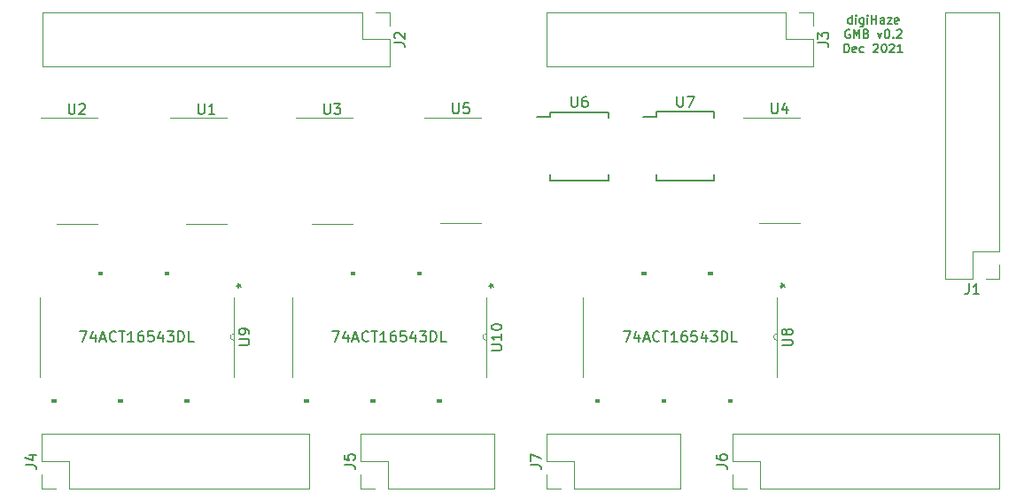
<source format=gto>
G04 #@! TF.GenerationSoftware,KiCad,Pcbnew,(5.1.12-1-10_14)*
G04 #@! TF.CreationDate,2021-12-19T18:28:25-07:00*
G04 #@! TF.ProjectId,GenMemBlock,47656e4d-656d-4426-9c6f-636b2e6b6963,rev?*
G04 #@! TF.SameCoordinates,Original*
G04 #@! TF.FileFunction,Legend,Top*
G04 #@! TF.FilePolarity,Positive*
%FSLAX46Y46*%
G04 Gerber Fmt 4.6, Leading zero omitted, Abs format (unit mm)*
G04 Created by KiCad (PCBNEW (5.1.12-1-10_14)) date 2021-12-19 18:28:25*
%MOMM*%
%LPD*%
G01*
G04 APERTURE LIST*
%ADD10C,0.152400*%
%ADD11C,0.150000*%
%ADD12C,0.120000*%
%ADD13C,0.100000*%
%ADD14R,1.200000X0.400000*%
%ADD15R,0.406400X2.044700*%
%ADD16O,1.700000X1.700000*%
%ADD17R,1.700000X1.700000*%
G04 APERTURE END LIST*
D10*
X111791447Y-73926095D02*
X111791447Y-73113295D01*
X111791447Y-73887390D02*
X111714038Y-73926095D01*
X111559219Y-73926095D01*
X111481809Y-73887390D01*
X111443104Y-73848685D01*
X111404400Y-73771276D01*
X111404400Y-73539047D01*
X111443104Y-73461638D01*
X111481809Y-73422933D01*
X111559219Y-73384228D01*
X111714038Y-73384228D01*
X111791447Y-73422933D01*
X112178495Y-73926095D02*
X112178495Y-73384228D01*
X112178495Y-73113295D02*
X112139790Y-73152000D01*
X112178495Y-73190704D01*
X112217200Y-73152000D01*
X112178495Y-73113295D01*
X112178495Y-73190704D01*
X112913885Y-73384228D02*
X112913885Y-74042209D01*
X112875180Y-74119619D01*
X112836476Y-74158323D01*
X112759066Y-74197028D01*
X112642952Y-74197028D01*
X112565542Y-74158323D01*
X112913885Y-73887390D02*
X112836476Y-73926095D01*
X112681657Y-73926095D01*
X112604247Y-73887390D01*
X112565542Y-73848685D01*
X112526838Y-73771276D01*
X112526838Y-73539047D01*
X112565542Y-73461638D01*
X112604247Y-73422933D01*
X112681657Y-73384228D01*
X112836476Y-73384228D01*
X112913885Y-73422933D01*
X113300933Y-73926095D02*
X113300933Y-73384228D01*
X113300933Y-73113295D02*
X113262228Y-73152000D01*
X113300933Y-73190704D01*
X113339638Y-73152000D01*
X113300933Y-73113295D01*
X113300933Y-73190704D01*
X113687980Y-73926095D02*
X113687980Y-73113295D01*
X113687980Y-73500342D02*
X114152438Y-73500342D01*
X114152438Y-73926095D02*
X114152438Y-73113295D01*
X114887828Y-73926095D02*
X114887828Y-73500342D01*
X114849123Y-73422933D01*
X114771714Y-73384228D01*
X114616895Y-73384228D01*
X114539485Y-73422933D01*
X114887828Y-73887390D02*
X114810419Y-73926095D01*
X114616895Y-73926095D01*
X114539485Y-73887390D01*
X114500780Y-73809980D01*
X114500780Y-73732571D01*
X114539485Y-73655161D01*
X114616895Y-73616457D01*
X114810419Y-73616457D01*
X114887828Y-73577752D01*
X115197466Y-73384228D02*
X115623219Y-73384228D01*
X115197466Y-73926095D01*
X115623219Y-73926095D01*
X116242495Y-73887390D02*
X116165085Y-73926095D01*
X116010266Y-73926095D01*
X115932857Y-73887390D01*
X115894152Y-73809980D01*
X115894152Y-73500342D01*
X115932857Y-73422933D01*
X116010266Y-73384228D01*
X116165085Y-73384228D01*
X116242495Y-73422933D01*
X116281200Y-73500342D01*
X116281200Y-73577752D01*
X115894152Y-73655161D01*
X111597923Y-74523600D02*
X111520514Y-74484895D01*
X111404400Y-74484895D01*
X111288285Y-74523600D01*
X111210876Y-74601009D01*
X111172171Y-74678419D01*
X111133466Y-74833238D01*
X111133466Y-74949352D01*
X111172171Y-75104171D01*
X111210876Y-75181580D01*
X111288285Y-75258990D01*
X111404400Y-75297695D01*
X111481809Y-75297695D01*
X111597923Y-75258990D01*
X111636628Y-75220285D01*
X111636628Y-74949352D01*
X111481809Y-74949352D01*
X111984971Y-75297695D02*
X111984971Y-74484895D01*
X112255904Y-75065466D01*
X112526838Y-74484895D01*
X112526838Y-75297695D01*
X113184819Y-74871942D02*
X113300933Y-74910647D01*
X113339638Y-74949352D01*
X113378342Y-75026761D01*
X113378342Y-75142876D01*
X113339638Y-75220285D01*
X113300933Y-75258990D01*
X113223523Y-75297695D01*
X112913885Y-75297695D01*
X112913885Y-74484895D01*
X113184819Y-74484895D01*
X113262228Y-74523600D01*
X113300933Y-74562304D01*
X113339638Y-74639714D01*
X113339638Y-74717123D01*
X113300933Y-74794533D01*
X113262228Y-74833238D01*
X113184819Y-74871942D01*
X112913885Y-74871942D01*
X114268552Y-74755828D02*
X114462076Y-75297695D01*
X114655600Y-74755828D01*
X115120057Y-74484895D02*
X115197466Y-74484895D01*
X115274876Y-74523600D01*
X115313580Y-74562304D01*
X115352285Y-74639714D01*
X115390990Y-74794533D01*
X115390990Y-74988057D01*
X115352285Y-75142876D01*
X115313580Y-75220285D01*
X115274876Y-75258990D01*
X115197466Y-75297695D01*
X115120057Y-75297695D01*
X115042647Y-75258990D01*
X115003942Y-75220285D01*
X114965238Y-75142876D01*
X114926533Y-74988057D01*
X114926533Y-74794533D01*
X114965238Y-74639714D01*
X115003942Y-74562304D01*
X115042647Y-74523600D01*
X115120057Y-74484895D01*
X115739333Y-75220285D02*
X115778038Y-75258990D01*
X115739333Y-75297695D01*
X115700628Y-75258990D01*
X115739333Y-75220285D01*
X115739333Y-75297695D01*
X116087676Y-74562304D02*
X116126380Y-74523600D01*
X116203790Y-74484895D01*
X116397314Y-74484895D01*
X116474723Y-74523600D01*
X116513428Y-74562304D01*
X116552133Y-74639714D01*
X116552133Y-74717123D01*
X116513428Y-74833238D01*
X116048971Y-75297695D01*
X116552133Y-75297695D01*
X111075409Y-76669295D02*
X111075409Y-75856495D01*
X111268933Y-75856495D01*
X111385047Y-75895200D01*
X111462457Y-75972609D01*
X111501161Y-76050019D01*
X111539866Y-76204838D01*
X111539866Y-76320952D01*
X111501161Y-76475771D01*
X111462457Y-76553180D01*
X111385047Y-76630590D01*
X111268933Y-76669295D01*
X111075409Y-76669295D01*
X112197847Y-76630590D02*
X112120438Y-76669295D01*
X111965619Y-76669295D01*
X111888209Y-76630590D01*
X111849504Y-76553180D01*
X111849504Y-76243542D01*
X111888209Y-76166133D01*
X111965619Y-76127428D01*
X112120438Y-76127428D01*
X112197847Y-76166133D01*
X112236552Y-76243542D01*
X112236552Y-76320952D01*
X111849504Y-76398361D01*
X112933238Y-76630590D02*
X112855828Y-76669295D01*
X112701009Y-76669295D01*
X112623600Y-76630590D01*
X112584895Y-76591885D01*
X112546190Y-76514476D01*
X112546190Y-76282247D01*
X112584895Y-76204838D01*
X112623600Y-76166133D01*
X112701009Y-76127428D01*
X112855828Y-76127428D01*
X112933238Y-76166133D01*
X113862152Y-75933904D02*
X113900857Y-75895200D01*
X113978266Y-75856495D01*
X114171790Y-75856495D01*
X114249200Y-75895200D01*
X114287904Y-75933904D01*
X114326609Y-76011314D01*
X114326609Y-76088723D01*
X114287904Y-76204838D01*
X113823447Y-76669295D01*
X114326609Y-76669295D01*
X114829771Y-75856495D02*
X114907180Y-75856495D01*
X114984590Y-75895200D01*
X115023295Y-75933904D01*
X115062000Y-76011314D01*
X115100704Y-76166133D01*
X115100704Y-76359657D01*
X115062000Y-76514476D01*
X115023295Y-76591885D01*
X114984590Y-76630590D01*
X114907180Y-76669295D01*
X114829771Y-76669295D01*
X114752361Y-76630590D01*
X114713657Y-76591885D01*
X114674952Y-76514476D01*
X114636247Y-76359657D01*
X114636247Y-76166133D01*
X114674952Y-76011314D01*
X114713657Y-75933904D01*
X114752361Y-75895200D01*
X114829771Y-75856495D01*
X115410342Y-75933904D02*
X115449047Y-75895200D01*
X115526457Y-75856495D01*
X115719980Y-75856495D01*
X115797390Y-75895200D01*
X115836095Y-75933904D01*
X115874800Y-76011314D01*
X115874800Y-76088723D01*
X115836095Y-76204838D01*
X115371638Y-76669295D01*
X115874800Y-76669295D01*
X116648895Y-76669295D02*
X116184438Y-76669295D01*
X116416666Y-76669295D02*
X116416666Y-75856495D01*
X116339257Y-75972609D01*
X116261847Y-76050019D01*
X116184438Y-76088723D01*
D11*
X93084600Y-82335200D02*
X93084600Y-82810200D01*
X98634600Y-82335200D02*
X98634600Y-82910200D01*
X98634600Y-88885200D02*
X98634600Y-88310200D01*
X93084600Y-88885200D02*
X93084600Y-88310200D01*
X93084600Y-82335200D02*
X98634600Y-82335200D01*
X93084600Y-88885200D02*
X98634600Y-88885200D01*
X93084600Y-82810200D02*
X91809600Y-82810200D01*
X82975400Y-82373800D02*
X82975400Y-82848800D01*
X88525400Y-82373800D02*
X88525400Y-82948800D01*
X88525400Y-88923800D02*
X88525400Y-88348800D01*
X82975400Y-88923800D02*
X82975400Y-88348800D01*
X82975400Y-82373800D02*
X88525400Y-82373800D01*
X82975400Y-88923800D02*
X88525400Y-88923800D01*
X82975400Y-82848800D02*
X81700400Y-82848800D01*
D12*
X86101000Y-100088700D02*
X86101000Y-107683300D01*
X104643000Y-107683300D02*
X104643000Y-100088700D01*
D13*
G36*
X98420000Y-97688400D02*
G01*
X98039000Y-97688400D01*
X98039000Y-97942400D01*
X98420000Y-97942400D01*
X98420000Y-97688400D01*
G37*
X98420000Y-97688400D02*
X98039000Y-97688400D01*
X98039000Y-97942400D01*
X98420000Y-97942400D01*
X98420000Y-97688400D01*
G36*
X92070000Y-97688400D02*
G01*
X91689000Y-97688400D01*
X91689000Y-97942400D01*
X92070000Y-97942400D01*
X92070000Y-97688400D01*
G37*
X92070000Y-97688400D02*
X91689000Y-97688400D01*
X91689000Y-97942400D01*
X92070000Y-97942400D01*
X92070000Y-97688400D01*
G36*
X87625000Y-110083600D02*
G01*
X87244000Y-110083600D01*
X87244000Y-109829600D01*
X87625000Y-109829600D01*
X87625000Y-110083600D01*
G37*
X87625000Y-110083600D02*
X87244000Y-110083600D01*
X87244000Y-109829600D01*
X87625000Y-109829600D01*
X87625000Y-110083600D01*
G36*
X93975000Y-110083600D02*
G01*
X93594000Y-110083600D01*
X93594000Y-109829600D01*
X93975000Y-109829600D01*
X93975000Y-110083600D01*
G37*
X93975000Y-110083600D02*
X93594000Y-110083600D01*
X93594000Y-109829600D01*
X93975000Y-109829600D01*
X93975000Y-110083600D01*
G36*
X100325000Y-110083600D02*
G01*
X99944000Y-110083600D01*
X99944000Y-109829600D01*
X100325000Y-109829600D01*
X100325000Y-110083600D01*
G37*
X100325000Y-110083600D02*
X99944000Y-110083600D01*
X99944000Y-109829600D01*
X100325000Y-109829600D01*
X100325000Y-110083600D01*
D12*
X104643000Y-104190800D02*
G75*
G02*
X104643000Y-103581200I0J304800D01*
G01*
X34163000Y-100088700D02*
X34163000Y-107683300D01*
X52705000Y-107683300D02*
X52705000Y-100088700D01*
D13*
G36*
X46482000Y-97688400D02*
G01*
X46101000Y-97688400D01*
X46101000Y-97942400D01*
X46482000Y-97942400D01*
X46482000Y-97688400D01*
G37*
X46482000Y-97688400D02*
X46101000Y-97688400D01*
X46101000Y-97942400D01*
X46482000Y-97942400D01*
X46482000Y-97688400D01*
G36*
X40132000Y-97688400D02*
G01*
X39751000Y-97688400D01*
X39751000Y-97942400D01*
X40132000Y-97942400D01*
X40132000Y-97688400D01*
G37*
X40132000Y-97688400D02*
X39751000Y-97688400D01*
X39751000Y-97942400D01*
X40132000Y-97942400D01*
X40132000Y-97688400D01*
G36*
X35687000Y-110083600D02*
G01*
X35306000Y-110083600D01*
X35306000Y-109829600D01*
X35687000Y-109829600D01*
X35687000Y-110083600D01*
G37*
X35687000Y-110083600D02*
X35306000Y-110083600D01*
X35306000Y-109829600D01*
X35687000Y-109829600D01*
X35687000Y-110083600D01*
G36*
X42037000Y-110083600D02*
G01*
X41656000Y-110083600D01*
X41656000Y-109829600D01*
X42037000Y-109829600D01*
X42037000Y-110083600D01*
G37*
X42037000Y-110083600D02*
X41656000Y-110083600D01*
X41656000Y-109829600D01*
X42037000Y-109829600D01*
X42037000Y-110083600D01*
G36*
X48387000Y-110083600D02*
G01*
X48006000Y-110083600D01*
X48006000Y-109829600D01*
X48387000Y-109829600D01*
X48387000Y-110083600D01*
G37*
X48387000Y-110083600D02*
X48006000Y-110083600D01*
X48006000Y-109829600D01*
X48387000Y-109829600D01*
X48387000Y-110083600D01*
D12*
X52705000Y-104190800D02*
G75*
G02*
X52705000Y-103581200I0J304800D01*
G01*
X58296400Y-100088700D02*
X58296400Y-107683300D01*
X76838400Y-107683300D02*
X76838400Y-100088700D01*
D13*
G36*
X70615400Y-97688400D02*
G01*
X70234400Y-97688400D01*
X70234400Y-97942400D01*
X70615400Y-97942400D01*
X70615400Y-97688400D01*
G37*
X70615400Y-97688400D02*
X70234400Y-97688400D01*
X70234400Y-97942400D01*
X70615400Y-97942400D01*
X70615400Y-97688400D01*
G36*
X64265400Y-97688400D02*
G01*
X63884400Y-97688400D01*
X63884400Y-97942400D01*
X64265400Y-97942400D01*
X64265400Y-97688400D01*
G37*
X64265400Y-97688400D02*
X63884400Y-97688400D01*
X63884400Y-97942400D01*
X64265400Y-97942400D01*
X64265400Y-97688400D01*
G36*
X59820400Y-110083600D02*
G01*
X59439400Y-110083600D01*
X59439400Y-109829600D01*
X59820400Y-109829600D01*
X59820400Y-110083600D01*
G37*
X59820400Y-110083600D02*
X59439400Y-110083600D01*
X59439400Y-109829600D01*
X59820400Y-109829600D01*
X59820400Y-110083600D01*
G36*
X66170400Y-110083600D02*
G01*
X65789400Y-110083600D01*
X65789400Y-109829600D01*
X66170400Y-109829600D01*
X66170400Y-110083600D01*
G37*
X66170400Y-110083600D02*
X65789400Y-110083600D01*
X65789400Y-109829600D01*
X66170400Y-109829600D01*
X66170400Y-110083600D01*
G36*
X72520400Y-110083600D02*
G01*
X72139400Y-110083600D01*
X72139400Y-109829600D01*
X72520400Y-109829600D01*
X72520400Y-110083600D01*
G37*
X72520400Y-110083600D02*
X72139400Y-110083600D01*
X72139400Y-109829600D01*
X72520400Y-109829600D01*
X72520400Y-110083600D01*
D12*
X76838400Y-104190800D02*
G75*
G02*
X76838400Y-103581200I0J304800D01*
G01*
X67599000Y-72820000D02*
X67599000Y-74150000D01*
X66269000Y-72820000D02*
X67599000Y-72820000D01*
X67599000Y-75420000D02*
X67599000Y-78020000D01*
X64999000Y-75420000D02*
X67599000Y-75420000D01*
X64999000Y-72820000D02*
X64999000Y-75420000D01*
X67599000Y-78020000D02*
X34459000Y-78020000D01*
X64999000Y-72820000D02*
X34459000Y-72820000D01*
X34459000Y-72820000D02*
X34459000Y-78020000D01*
X64837000Y-118373200D02*
X64837000Y-117043200D01*
X66167000Y-118373200D02*
X64837000Y-118373200D01*
X64837000Y-115773200D02*
X64837000Y-113173200D01*
X67437000Y-115773200D02*
X64837000Y-115773200D01*
X67437000Y-118373200D02*
X67437000Y-115773200D01*
X64837000Y-113173200D02*
X77657000Y-113173200D01*
X67437000Y-118373200D02*
X77657000Y-118373200D01*
X77657000Y-118373200D02*
X77657000Y-113173200D01*
X82617000Y-118373200D02*
X82617000Y-117043200D01*
X83947000Y-118373200D02*
X82617000Y-118373200D01*
X82617000Y-115773200D02*
X82617000Y-113173200D01*
X85217000Y-115773200D02*
X82617000Y-115773200D01*
X85217000Y-118373200D02*
X85217000Y-115773200D01*
X82617000Y-113173200D02*
X95437000Y-113173200D01*
X85217000Y-118373200D02*
X95437000Y-118373200D01*
X95437000Y-118373200D02*
X95437000Y-113173200D01*
X100397000Y-118373200D02*
X100397000Y-117043200D01*
X101727000Y-118373200D02*
X100397000Y-118373200D01*
X100397000Y-115773200D02*
X100397000Y-113173200D01*
X102997000Y-115773200D02*
X100397000Y-115773200D01*
X102997000Y-118373200D02*
X102997000Y-115773200D01*
X100397000Y-113173200D02*
X125917000Y-113173200D01*
X102997000Y-118373200D02*
X125917000Y-118373200D01*
X125917000Y-118373200D02*
X125917000Y-113173200D01*
X34382400Y-118373200D02*
X34382400Y-117043200D01*
X35712400Y-118373200D02*
X34382400Y-118373200D01*
X34382400Y-115773200D02*
X34382400Y-113173200D01*
X36982400Y-115773200D02*
X34382400Y-115773200D01*
X36982400Y-118373200D02*
X36982400Y-115773200D01*
X34382400Y-113173200D02*
X59902400Y-113173200D01*
X36982400Y-118373200D02*
X59902400Y-118373200D01*
X59902400Y-118373200D02*
X59902400Y-113173200D01*
X108111600Y-72820000D02*
X108111600Y-74150000D01*
X106781600Y-72820000D02*
X108111600Y-72820000D01*
X108111600Y-75420000D02*
X108111600Y-78020000D01*
X105511600Y-75420000D02*
X108111600Y-75420000D01*
X105511600Y-72820000D02*
X105511600Y-75420000D01*
X108111600Y-78020000D02*
X82591600Y-78020000D01*
X105511600Y-72820000D02*
X82591600Y-72820000D01*
X82591600Y-72820000D02*
X82591600Y-78020000D01*
X125907000Y-98330000D02*
X124577000Y-98330000D01*
X125907000Y-97000000D02*
X125907000Y-98330000D01*
X123307000Y-98330000D02*
X120707000Y-98330000D01*
X123307000Y-95730000D02*
X123307000Y-98330000D01*
X125907000Y-95730000D02*
X123307000Y-95730000D01*
X120707000Y-98330000D02*
X120707000Y-72810000D01*
X125907000Y-95730000D02*
X125907000Y-72810000D01*
X125907000Y-72810000D02*
X120707000Y-72810000D01*
X37719000Y-82951000D02*
X34269000Y-82951000D01*
X37719000Y-82951000D02*
X39669000Y-82951000D01*
X37719000Y-93071000D02*
X35769000Y-93071000D01*
X37719000Y-93071000D02*
X39669000Y-93071000D01*
X62115700Y-82951000D02*
X58665700Y-82951000D01*
X62115700Y-82951000D02*
X64065700Y-82951000D01*
X62115700Y-93071000D02*
X60165700Y-93071000D01*
X62115700Y-93071000D02*
X64065700Y-93071000D01*
X50101500Y-82951000D02*
X46651500Y-82951000D01*
X50101500Y-82951000D02*
X52051500Y-82951000D01*
X50101500Y-93071000D02*
X48151500Y-93071000D01*
X50101500Y-93071000D02*
X52051500Y-93071000D01*
X74422000Y-82900200D02*
X70972000Y-82900200D01*
X74422000Y-82900200D02*
X76372000Y-82900200D01*
X74422000Y-93020200D02*
X72472000Y-93020200D01*
X74422000Y-93020200D02*
X76372000Y-93020200D01*
X104881600Y-82900200D02*
X101431600Y-82900200D01*
X104881600Y-82900200D02*
X106831600Y-82900200D01*
X104881600Y-93020200D02*
X102931600Y-93020200D01*
X104881600Y-93020200D02*
X106831600Y-93020200D01*
D11*
X95097695Y-80862580D02*
X95097695Y-81672104D01*
X95145314Y-81767342D01*
X95192933Y-81814961D01*
X95288171Y-81862580D01*
X95478647Y-81862580D01*
X95573885Y-81814961D01*
X95621504Y-81767342D01*
X95669123Y-81672104D01*
X95669123Y-80862580D01*
X96050076Y-80862580D02*
X96716742Y-80862580D01*
X96288171Y-81862580D01*
X84988495Y-80901180D02*
X84988495Y-81710704D01*
X85036114Y-81805942D01*
X85083733Y-81853561D01*
X85178971Y-81901180D01*
X85369447Y-81901180D01*
X85464685Y-81853561D01*
X85512304Y-81805942D01*
X85559923Y-81710704D01*
X85559923Y-80901180D01*
X86464685Y-80901180D02*
X86274209Y-80901180D01*
X86178971Y-80948800D01*
X86131352Y-80996419D01*
X86036114Y-81139276D01*
X85988495Y-81329752D01*
X85988495Y-81710704D01*
X86036114Y-81805942D01*
X86083733Y-81853561D01*
X86178971Y-81901180D01*
X86369447Y-81901180D01*
X86464685Y-81853561D01*
X86512304Y-81805942D01*
X86559923Y-81710704D01*
X86559923Y-81472609D01*
X86512304Y-81377371D01*
X86464685Y-81329752D01*
X86369447Y-81282133D01*
X86178971Y-81282133D01*
X86083733Y-81329752D01*
X86036114Y-81377371D01*
X85988495Y-81472609D01*
X105116380Y-104698704D02*
X105925904Y-104698704D01*
X106021142Y-104651085D01*
X106068761Y-104603466D01*
X106116380Y-104508228D01*
X106116380Y-104317752D01*
X106068761Y-104222514D01*
X106021142Y-104174895D01*
X105925904Y-104127276D01*
X105116380Y-104127276D01*
X105544952Y-103508228D02*
X105497333Y-103603466D01*
X105449714Y-103651085D01*
X105354476Y-103698704D01*
X105306857Y-103698704D01*
X105211619Y-103651085D01*
X105164000Y-103603466D01*
X105116380Y-103508228D01*
X105116380Y-103317752D01*
X105164000Y-103222514D01*
X105211619Y-103174895D01*
X105306857Y-103127276D01*
X105354476Y-103127276D01*
X105449714Y-103174895D01*
X105497333Y-103222514D01*
X105544952Y-103317752D01*
X105544952Y-103508228D01*
X105592571Y-103603466D01*
X105640190Y-103651085D01*
X105735428Y-103698704D01*
X105925904Y-103698704D01*
X106021142Y-103651085D01*
X106068761Y-103603466D01*
X106116380Y-103508228D01*
X106116380Y-103317752D01*
X106068761Y-103222514D01*
X106021142Y-103174895D01*
X105925904Y-103127276D01*
X105735428Y-103127276D01*
X105640190Y-103174895D01*
X105592571Y-103222514D01*
X105544952Y-103317752D01*
X89967238Y-103338380D02*
X90633904Y-103338380D01*
X90205333Y-104338380D01*
X91443428Y-103671714D02*
X91443428Y-104338380D01*
X91205333Y-103290761D02*
X90967238Y-104005047D01*
X91586285Y-104005047D01*
X91919619Y-104052666D02*
X92395809Y-104052666D01*
X91824380Y-104338380D02*
X92157714Y-103338380D01*
X92491047Y-104338380D01*
X93395809Y-104243142D02*
X93348190Y-104290761D01*
X93205333Y-104338380D01*
X93110095Y-104338380D01*
X92967238Y-104290761D01*
X92872000Y-104195523D01*
X92824380Y-104100285D01*
X92776761Y-103909809D01*
X92776761Y-103766952D01*
X92824380Y-103576476D01*
X92872000Y-103481238D01*
X92967238Y-103386000D01*
X93110095Y-103338380D01*
X93205333Y-103338380D01*
X93348190Y-103386000D01*
X93395809Y-103433619D01*
X93681523Y-103338380D02*
X94252952Y-103338380D01*
X93967238Y-104338380D02*
X93967238Y-103338380D01*
X95110095Y-104338380D02*
X94538666Y-104338380D01*
X94824380Y-104338380D02*
X94824380Y-103338380D01*
X94729142Y-103481238D01*
X94633904Y-103576476D01*
X94538666Y-103624095D01*
X95967238Y-103338380D02*
X95776761Y-103338380D01*
X95681523Y-103386000D01*
X95633904Y-103433619D01*
X95538666Y-103576476D01*
X95491047Y-103766952D01*
X95491047Y-104147904D01*
X95538666Y-104243142D01*
X95586285Y-104290761D01*
X95681523Y-104338380D01*
X95872000Y-104338380D01*
X95967238Y-104290761D01*
X96014857Y-104243142D01*
X96062476Y-104147904D01*
X96062476Y-103909809D01*
X96014857Y-103814571D01*
X95967238Y-103766952D01*
X95872000Y-103719333D01*
X95681523Y-103719333D01*
X95586285Y-103766952D01*
X95538666Y-103814571D01*
X95491047Y-103909809D01*
X96967238Y-103338380D02*
X96491047Y-103338380D01*
X96443428Y-103814571D01*
X96491047Y-103766952D01*
X96586285Y-103719333D01*
X96824380Y-103719333D01*
X96919619Y-103766952D01*
X96967238Y-103814571D01*
X97014857Y-103909809D01*
X97014857Y-104147904D01*
X96967238Y-104243142D01*
X96919619Y-104290761D01*
X96824380Y-104338380D01*
X96586285Y-104338380D01*
X96491047Y-104290761D01*
X96443428Y-104243142D01*
X97872000Y-103671714D02*
X97872000Y-104338380D01*
X97633904Y-103290761D02*
X97395809Y-104005047D01*
X98014857Y-104005047D01*
X98300571Y-103338380D02*
X98919619Y-103338380D01*
X98586285Y-103719333D01*
X98729142Y-103719333D01*
X98824380Y-103766952D01*
X98872000Y-103814571D01*
X98919619Y-103909809D01*
X98919619Y-104147904D01*
X98872000Y-104243142D01*
X98824380Y-104290761D01*
X98729142Y-104338380D01*
X98443428Y-104338380D01*
X98348190Y-104290761D01*
X98300571Y-104243142D01*
X99348190Y-104338380D02*
X99348190Y-103338380D01*
X99586285Y-103338380D01*
X99729142Y-103386000D01*
X99824380Y-103481238D01*
X99872000Y-103576476D01*
X99919619Y-103766952D01*
X99919619Y-103909809D01*
X99872000Y-104100285D01*
X99824380Y-104195523D01*
X99729142Y-104290761D01*
X99586285Y-104338380D01*
X99348190Y-104338380D01*
X100824380Y-104338380D02*
X100348190Y-104338380D01*
X100348190Y-103338380D01*
X104946280Y-98964750D02*
X105184376Y-98964750D01*
X105089138Y-99202845D02*
X105184376Y-98964750D01*
X105089138Y-98726654D01*
X105374852Y-99107607D02*
X105184376Y-98964750D01*
X105374852Y-98821892D01*
X104946280Y-98964750D02*
X105184376Y-98964750D01*
X105089138Y-99202845D02*
X105184376Y-98964750D01*
X105089138Y-98726654D01*
X105374852Y-99107607D02*
X105184376Y-98964750D01*
X105374852Y-98821892D01*
X53198780Y-104647904D02*
X54008304Y-104647904D01*
X54103542Y-104600285D01*
X54151161Y-104552666D01*
X54198780Y-104457428D01*
X54198780Y-104266952D01*
X54151161Y-104171714D01*
X54103542Y-104124095D01*
X54008304Y-104076476D01*
X53198780Y-104076476D01*
X54198780Y-103552666D02*
X54198780Y-103362190D01*
X54151161Y-103266952D01*
X54103542Y-103219333D01*
X53960685Y-103124095D01*
X53770209Y-103076476D01*
X53389257Y-103076476D01*
X53294019Y-103124095D01*
X53246400Y-103171714D01*
X53198780Y-103266952D01*
X53198780Y-103457428D01*
X53246400Y-103552666D01*
X53294019Y-103600285D01*
X53389257Y-103647904D01*
X53627352Y-103647904D01*
X53722590Y-103600285D01*
X53770209Y-103552666D01*
X53817828Y-103457428D01*
X53817828Y-103266952D01*
X53770209Y-103171714D01*
X53722590Y-103124095D01*
X53627352Y-103076476D01*
X38029238Y-103338380D02*
X38695904Y-103338380D01*
X38267333Y-104338380D01*
X39505428Y-103671714D02*
X39505428Y-104338380D01*
X39267333Y-103290761D02*
X39029238Y-104005047D01*
X39648285Y-104005047D01*
X39981619Y-104052666D02*
X40457809Y-104052666D01*
X39886380Y-104338380D02*
X40219714Y-103338380D01*
X40553047Y-104338380D01*
X41457809Y-104243142D02*
X41410190Y-104290761D01*
X41267333Y-104338380D01*
X41172095Y-104338380D01*
X41029238Y-104290761D01*
X40934000Y-104195523D01*
X40886380Y-104100285D01*
X40838761Y-103909809D01*
X40838761Y-103766952D01*
X40886380Y-103576476D01*
X40934000Y-103481238D01*
X41029238Y-103386000D01*
X41172095Y-103338380D01*
X41267333Y-103338380D01*
X41410190Y-103386000D01*
X41457809Y-103433619D01*
X41743523Y-103338380D02*
X42314952Y-103338380D01*
X42029238Y-104338380D02*
X42029238Y-103338380D01*
X43172095Y-104338380D02*
X42600666Y-104338380D01*
X42886380Y-104338380D02*
X42886380Y-103338380D01*
X42791142Y-103481238D01*
X42695904Y-103576476D01*
X42600666Y-103624095D01*
X44029238Y-103338380D02*
X43838761Y-103338380D01*
X43743523Y-103386000D01*
X43695904Y-103433619D01*
X43600666Y-103576476D01*
X43553047Y-103766952D01*
X43553047Y-104147904D01*
X43600666Y-104243142D01*
X43648285Y-104290761D01*
X43743523Y-104338380D01*
X43934000Y-104338380D01*
X44029238Y-104290761D01*
X44076857Y-104243142D01*
X44124476Y-104147904D01*
X44124476Y-103909809D01*
X44076857Y-103814571D01*
X44029238Y-103766952D01*
X43934000Y-103719333D01*
X43743523Y-103719333D01*
X43648285Y-103766952D01*
X43600666Y-103814571D01*
X43553047Y-103909809D01*
X45029238Y-103338380D02*
X44553047Y-103338380D01*
X44505428Y-103814571D01*
X44553047Y-103766952D01*
X44648285Y-103719333D01*
X44886380Y-103719333D01*
X44981619Y-103766952D01*
X45029238Y-103814571D01*
X45076857Y-103909809D01*
X45076857Y-104147904D01*
X45029238Y-104243142D01*
X44981619Y-104290761D01*
X44886380Y-104338380D01*
X44648285Y-104338380D01*
X44553047Y-104290761D01*
X44505428Y-104243142D01*
X45934000Y-103671714D02*
X45934000Y-104338380D01*
X45695904Y-103290761D02*
X45457809Y-104005047D01*
X46076857Y-104005047D01*
X46362571Y-103338380D02*
X46981619Y-103338380D01*
X46648285Y-103719333D01*
X46791142Y-103719333D01*
X46886380Y-103766952D01*
X46934000Y-103814571D01*
X46981619Y-103909809D01*
X46981619Y-104147904D01*
X46934000Y-104243142D01*
X46886380Y-104290761D01*
X46791142Y-104338380D01*
X46505428Y-104338380D01*
X46410190Y-104290761D01*
X46362571Y-104243142D01*
X47410190Y-104338380D02*
X47410190Y-103338380D01*
X47648285Y-103338380D01*
X47791142Y-103386000D01*
X47886380Y-103481238D01*
X47934000Y-103576476D01*
X47981619Y-103766952D01*
X47981619Y-103909809D01*
X47934000Y-104100285D01*
X47886380Y-104195523D01*
X47791142Y-104290761D01*
X47648285Y-104338380D01*
X47410190Y-104338380D01*
X48886380Y-104338380D02*
X48410190Y-104338380D01*
X48410190Y-103338380D01*
X53008280Y-98964750D02*
X53246376Y-98964750D01*
X53151138Y-99202845D02*
X53246376Y-98964750D01*
X53151138Y-98726654D01*
X53436852Y-99107607D02*
X53246376Y-98964750D01*
X53436852Y-98821892D01*
X53008280Y-98964750D02*
X53246376Y-98964750D01*
X53151138Y-99202845D02*
X53246376Y-98964750D01*
X53151138Y-98726654D01*
X53436852Y-99107607D02*
X53246376Y-98964750D01*
X53436852Y-98821892D01*
X77328780Y-105174895D02*
X78138304Y-105174895D01*
X78233542Y-105127276D01*
X78281161Y-105079657D01*
X78328780Y-104984419D01*
X78328780Y-104793942D01*
X78281161Y-104698704D01*
X78233542Y-104651085D01*
X78138304Y-104603466D01*
X77328780Y-104603466D01*
X78328780Y-103603466D02*
X78328780Y-104174895D01*
X78328780Y-103889180D02*
X77328780Y-103889180D01*
X77471638Y-103984419D01*
X77566876Y-104079657D01*
X77614495Y-104174895D01*
X77328780Y-102984419D02*
X77328780Y-102889180D01*
X77376400Y-102793942D01*
X77424019Y-102746323D01*
X77519257Y-102698704D01*
X77709733Y-102651085D01*
X77947828Y-102651085D01*
X78138304Y-102698704D01*
X78233542Y-102746323D01*
X78281161Y-102793942D01*
X78328780Y-102889180D01*
X78328780Y-102984419D01*
X78281161Y-103079657D01*
X78233542Y-103127276D01*
X78138304Y-103174895D01*
X77947828Y-103222514D01*
X77709733Y-103222514D01*
X77519257Y-103174895D01*
X77424019Y-103127276D01*
X77376400Y-103079657D01*
X77328780Y-102984419D01*
X62162638Y-103338380D02*
X62829304Y-103338380D01*
X62400733Y-104338380D01*
X63638828Y-103671714D02*
X63638828Y-104338380D01*
X63400733Y-103290761D02*
X63162638Y-104005047D01*
X63781685Y-104005047D01*
X64115019Y-104052666D02*
X64591209Y-104052666D01*
X64019780Y-104338380D02*
X64353114Y-103338380D01*
X64686447Y-104338380D01*
X65591209Y-104243142D02*
X65543590Y-104290761D01*
X65400733Y-104338380D01*
X65305495Y-104338380D01*
X65162638Y-104290761D01*
X65067400Y-104195523D01*
X65019780Y-104100285D01*
X64972161Y-103909809D01*
X64972161Y-103766952D01*
X65019780Y-103576476D01*
X65067400Y-103481238D01*
X65162638Y-103386000D01*
X65305495Y-103338380D01*
X65400733Y-103338380D01*
X65543590Y-103386000D01*
X65591209Y-103433619D01*
X65876923Y-103338380D02*
X66448352Y-103338380D01*
X66162638Y-104338380D02*
X66162638Y-103338380D01*
X67305495Y-104338380D02*
X66734066Y-104338380D01*
X67019780Y-104338380D02*
X67019780Y-103338380D01*
X66924542Y-103481238D01*
X66829304Y-103576476D01*
X66734066Y-103624095D01*
X68162638Y-103338380D02*
X67972161Y-103338380D01*
X67876923Y-103386000D01*
X67829304Y-103433619D01*
X67734066Y-103576476D01*
X67686447Y-103766952D01*
X67686447Y-104147904D01*
X67734066Y-104243142D01*
X67781685Y-104290761D01*
X67876923Y-104338380D01*
X68067400Y-104338380D01*
X68162638Y-104290761D01*
X68210257Y-104243142D01*
X68257876Y-104147904D01*
X68257876Y-103909809D01*
X68210257Y-103814571D01*
X68162638Y-103766952D01*
X68067400Y-103719333D01*
X67876923Y-103719333D01*
X67781685Y-103766952D01*
X67734066Y-103814571D01*
X67686447Y-103909809D01*
X69162638Y-103338380D02*
X68686447Y-103338380D01*
X68638828Y-103814571D01*
X68686447Y-103766952D01*
X68781685Y-103719333D01*
X69019780Y-103719333D01*
X69115019Y-103766952D01*
X69162638Y-103814571D01*
X69210257Y-103909809D01*
X69210257Y-104147904D01*
X69162638Y-104243142D01*
X69115019Y-104290761D01*
X69019780Y-104338380D01*
X68781685Y-104338380D01*
X68686447Y-104290761D01*
X68638828Y-104243142D01*
X70067400Y-103671714D02*
X70067400Y-104338380D01*
X69829304Y-103290761D02*
X69591209Y-104005047D01*
X70210257Y-104005047D01*
X70495971Y-103338380D02*
X71115019Y-103338380D01*
X70781685Y-103719333D01*
X70924542Y-103719333D01*
X71019780Y-103766952D01*
X71067400Y-103814571D01*
X71115019Y-103909809D01*
X71115019Y-104147904D01*
X71067400Y-104243142D01*
X71019780Y-104290761D01*
X70924542Y-104338380D01*
X70638828Y-104338380D01*
X70543590Y-104290761D01*
X70495971Y-104243142D01*
X71543590Y-104338380D02*
X71543590Y-103338380D01*
X71781685Y-103338380D01*
X71924542Y-103386000D01*
X72019780Y-103481238D01*
X72067400Y-103576476D01*
X72115019Y-103766952D01*
X72115019Y-103909809D01*
X72067400Y-104100285D01*
X72019780Y-104195523D01*
X71924542Y-104290761D01*
X71781685Y-104338380D01*
X71543590Y-104338380D01*
X73019780Y-104338380D02*
X72543590Y-104338380D01*
X72543590Y-103338380D01*
X77141680Y-98964750D02*
X77379776Y-98964750D01*
X77284538Y-99202845D02*
X77379776Y-98964750D01*
X77284538Y-98726654D01*
X77570252Y-99107607D02*
X77379776Y-98964750D01*
X77570252Y-98821892D01*
X77141680Y-98964750D02*
X77379776Y-98964750D01*
X77284538Y-99202845D02*
X77379776Y-98964750D01*
X77284538Y-98726654D01*
X77570252Y-99107607D02*
X77379776Y-98964750D01*
X77570252Y-98821892D01*
X68051380Y-75753333D02*
X68765666Y-75753333D01*
X68908523Y-75800952D01*
X69003761Y-75896190D01*
X69051380Y-76039047D01*
X69051380Y-76134285D01*
X68146619Y-75324761D02*
X68099000Y-75277142D01*
X68051380Y-75181904D01*
X68051380Y-74943809D01*
X68099000Y-74848571D01*
X68146619Y-74800952D01*
X68241857Y-74753333D01*
X68337095Y-74753333D01*
X68479952Y-74800952D01*
X69051380Y-75372380D01*
X69051380Y-74753333D01*
X63289380Y-116106533D02*
X64003666Y-116106533D01*
X64146523Y-116154152D01*
X64241761Y-116249390D01*
X64289380Y-116392247D01*
X64289380Y-116487485D01*
X63289380Y-115154152D02*
X63289380Y-115630342D01*
X63765571Y-115677961D01*
X63717952Y-115630342D01*
X63670333Y-115535104D01*
X63670333Y-115297009D01*
X63717952Y-115201771D01*
X63765571Y-115154152D01*
X63860809Y-115106533D01*
X64098904Y-115106533D01*
X64194142Y-115154152D01*
X64241761Y-115201771D01*
X64289380Y-115297009D01*
X64289380Y-115535104D01*
X64241761Y-115630342D01*
X64194142Y-115677961D01*
X81069380Y-116106533D02*
X81783666Y-116106533D01*
X81926523Y-116154152D01*
X82021761Y-116249390D01*
X82069380Y-116392247D01*
X82069380Y-116487485D01*
X81069380Y-115725580D02*
X81069380Y-115058914D01*
X82069380Y-115487485D01*
X98849380Y-116106533D02*
X99563666Y-116106533D01*
X99706523Y-116154152D01*
X99801761Y-116249390D01*
X99849380Y-116392247D01*
X99849380Y-116487485D01*
X98849380Y-115201771D02*
X98849380Y-115392247D01*
X98897000Y-115487485D01*
X98944619Y-115535104D01*
X99087476Y-115630342D01*
X99277952Y-115677961D01*
X99658904Y-115677961D01*
X99754142Y-115630342D01*
X99801761Y-115582723D01*
X99849380Y-115487485D01*
X99849380Y-115297009D01*
X99801761Y-115201771D01*
X99754142Y-115154152D01*
X99658904Y-115106533D01*
X99420809Y-115106533D01*
X99325571Y-115154152D01*
X99277952Y-115201771D01*
X99230333Y-115297009D01*
X99230333Y-115487485D01*
X99277952Y-115582723D01*
X99325571Y-115630342D01*
X99420809Y-115677961D01*
X32834780Y-116106533D02*
X33549066Y-116106533D01*
X33691923Y-116154152D01*
X33787161Y-116249390D01*
X33834780Y-116392247D01*
X33834780Y-116487485D01*
X33168114Y-115201771D02*
X33834780Y-115201771D01*
X32787161Y-115439866D02*
X33501447Y-115677961D01*
X33501447Y-115058914D01*
X108563980Y-75753333D02*
X109278266Y-75753333D01*
X109421123Y-75800952D01*
X109516361Y-75896190D01*
X109563980Y-76039047D01*
X109563980Y-76134285D01*
X108563980Y-75372380D02*
X108563980Y-74753333D01*
X108944933Y-75086666D01*
X108944933Y-74943809D01*
X108992552Y-74848571D01*
X109040171Y-74800952D01*
X109135409Y-74753333D01*
X109373504Y-74753333D01*
X109468742Y-74800952D01*
X109516361Y-74848571D01*
X109563980Y-74943809D01*
X109563980Y-75229523D01*
X109516361Y-75324761D01*
X109468742Y-75372380D01*
X122973666Y-98782380D02*
X122973666Y-99496666D01*
X122926047Y-99639523D01*
X122830809Y-99734761D01*
X122687952Y-99782380D01*
X122592714Y-99782380D01*
X123973666Y-99782380D02*
X123402238Y-99782380D01*
X123687952Y-99782380D02*
X123687952Y-98782380D01*
X123592714Y-98925238D01*
X123497476Y-99020476D01*
X123402238Y-99068095D01*
X36957095Y-81563380D02*
X36957095Y-82372904D01*
X37004714Y-82468142D01*
X37052333Y-82515761D01*
X37147571Y-82563380D01*
X37338047Y-82563380D01*
X37433285Y-82515761D01*
X37480904Y-82468142D01*
X37528523Y-82372904D01*
X37528523Y-81563380D01*
X37957095Y-81658619D02*
X38004714Y-81611000D01*
X38099952Y-81563380D01*
X38338047Y-81563380D01*
X38433285Y-81611000D01*
X38480904Y-81658619D01*
X38528523Y-81753857D01*
X38528523Y-81849095D01*
X38480904Y-81991952D01*
X37909476Y-82563380D01*
X38528523Y-82563380D01*
X61353795Y-81563380D02*
X61353795Y-82372904D01*
X61401414Y-82468142D01*
X61449033Y-82515761D01*
X61544271Y-82563380D01*
X61734747Y-82563380D01*
X61829985Y-82515761D01*
X61877604Y-82468142D01*
X61925223Y-82372904D01*
X61925223Y-81563380D01*
X62306176Y-81563380D02*
X62925223Y-81563380D01*
X62591890Y-81944333D01*
X62734747Y-81944333D01*
X62829985Y-81991952D01*
X62877604Y-82039571D01*
X62925223Y-82134809D01*
X62925223Y-82372904D01*
X62877604Y-82468142D01*
X62829985Y-82515761D01*
X62734747Y-82563380D01*
X62449033Y-82563380D01*
X62353795Y-82515761D01*
X62306176Y-82468142D01*
X49339595Y-81563380D02*
X49339595Y-82372904D01*
X49387214Y-82468142D01*
X49434833Y-82515761D01*
X49530071Y-82563380D01*
X49720547Y-82563380D01*
X49815785Y-82515761D01*
X49863404Y-82468142D01*
X49911023Y-82372904D01*
X49911023Y-81563380D01*
X50911023Y-82563380D02*
X50339595Y-82563380D01*
X50625309Y-82563380D02*
X50625309Y-81563380D01*
X50530071Y-81706238D01*
X50434833Y-81801476D01*
X50339595Y-81849095D01*
X73660095Y-81512580D02*
X73660095Y-82322104D01*
X73707714Y-82417342D01*
X73755333Y-82464961D01*
X73850571Y-82512580D01*
X74041047Y-82512580D01*
X74136285Y-82464961D01*
X74183904Y-82417342D01*
X74231523Y-82322104D01*
X74231523Y-81512580D01*
X75183904Y-81512580D02*
X74707714Y-81512580D01*
X74660095Y-81988771D01*
X74707714Y-81941152D01*
X74802952Y-81893533D01*
X75041047Y-81893533D01*
X75136285Y-81941152D01*
X75183904Y-81988771D01*
X75231523Y-82084009D01*
X75231523Y-82322104D01*
X75183904Y-82417342D01*
X75136285Y-82464961D01*
X75041047Y-82512580D01*
X74802952Y-82512580D01*
X74707714Y-82464961D01*
X74660095Y-82417342D01*
X104119695Y-81512580D02*
X104119695Y-82322104D01*
X104167314Y-82417342D01*
X104214933Y-82464961D01*
X104310171Y-82512580D01*
X104500647Y-82512580D01*
X104595885Y-82464961D01*
X104643504Y-82417342D01*
X104691123Y-82322104D01*
X104691123Y-81512580D01*
X105595885Y-81845914D02*
X105595885Y-82512580D01*
X105357790Y-81464961D02*
X105119695Y-82179247D01*
X105738742Y-82179247D01*
%LPC*%
D14*
X99309600Y-83335200D03*
X99309600Y-83985200D03*
X99309600Y-84635200D03*
X99309600Y-85285200D03*
X99309600Y-85935200D03*
X99309600Y-86585200D03*
X99309600Y-87235200D03*
X99309600Y-87885200D03*
X92409600Y-87885200D03*
X92409600Y-87235200D03*
X92409600Y-86585200D03*
X92409600Y-85935200D03*
X92409600Y-85285200D03*
X92409600Y-84635200D03*
X92409600Y-83985200D03*
X92409600Y-83335200D03*
X89200400Y-83373800D03*
X89200400Y-84023800D03*
X89200400Y-84673800D03*
X89200400Y-85323800D03*
X89200400Y-85973800D03*
X89200400Y-86623800D03*
X89200400Y-87273800D03*
X89200400Y-87923800D03*
X82300400Y-87923800D03*
X82300400Y-87273800D03*
X82300400Y-86623800D03*
X82300400Y-85973800D03*
X82300400Y-85323800D03*
X82300400Y-84673800D03*
X82300400Y-84023800D03*
X82300400Y-83373800D03*
D15*
X103944500Y-108553250D03*
X103309500Y-108553250D03*
X102674500Y-108553250D03*
X102039500Y-108553250D03*
X101404500Y-108553250D03*
X100769500Y-108553250D03*
X100134500Y-108553250D03*
X99499500Y-108553250D03*
X98864500Y-108553250D03*
X98229500Y-108553250D03*
X97594500Y-108553250D03*
X96959500Y-108553250D03*
X96324500Y-108553250D03*
X95689500Y-108553250D03*
X95054500Y-108553250D03*
X94419500Y-108553250D03*
X93784500Y-108553250D03*
X93149500Y-108553250D03*
X92514500Y-108553250D03*
X91879500Y-108553250D03*
X91244500Y-108553250D03*
X90609500Y-108553250D03*
X89974500Y-108553250D03*
X89339500Y-108553250D03*
X88704500Y-108553250D03*
X88069500Y-108553250D03*
X87434500Y-108553250D03*
X86799500Y-108553250D03*
X86799500Y-99218750D03*
X87434500Y-99218750D03*
X88069500Y-99218750D03*
X88704500Y-99218750D03*
X89339500Y-99218750D03*
X89974500Y-99218750D03*
X90609500Y-99218750D03*
X91244500Y-99218750D03*
X91879500Y-99218750D03*
X92514500Y-99218750D03*
X93149500Y-99218750D03*
X93784500Y-99218750D03*
X94419500Y-99218750D03*
X95054500Y-99218750D03*
X95689500Y-99218750D03*
X96324500Y-99218750D03*
X96959500Y-99218750D03*
X97594500Y-99218750D03*
X98229500Y-99218750D03*
X98864500Y-99218750D03*
X99499500Y-99218750D03*
X100134500Y-99218750D03*
X100769500Y-99218750D03*
X101404500Y-99218750D03*
X102039500Y-99218750D03*
X102674500Y-99218750D03*
X103309500Y-99218750D03*
X103944500Y-99218750D03*
X52006500Y-108553250D03*
X51371500Y-108553250D03*
X50736500Y-108553250D03*
X50101500Y-108553250D03*
X49466500Y-108553250D03*
X48831500Y-108553250D03*
X48196500Y-108553250D03*
X47561500Y-108553250D03*
X46926500Y-108553250D03*
X46291500Y-108553250D03*
X45656500Y-108553250D03*
X45021500Y-108553250D03*
X44386500Y-108553250D03*
X43751500Y-108553250D03*
X43116500Y-108553250D03*
X42481500Y-108553250D03*
X41846500Y-108553250D03*
X41211500Y-108553250D03*
X40576500Y-108553250D03*
X39941500Y-108553250D03*
X39306500Y-108553250D03*
X38671500Y-108553250D03*
X38036500Y-108553250D03*
X37401500Y-108553250D03*
X36766500Y-108553250D03*
X36131500Y-108553250D03*
X35496500Y-108553250D03*
X34861500Y-108553250D03*
X34861500Y-99218750D03*
X35496500Y-99218750D03*
X36131500Y-99218750D03*
X36766500Y-99218750D03*
X37401500Y-99218750D03*
X38036500Y-99218750D03*
X38671500Y-99218750D03*
X39306500Y-99218750D03*
X39941500Y-99218750D03*
X40576500Y-99218750D03*
X41211500Y-99218750D03*
X41846500Y-99218750D03*
X42481500Y-99218750D03*
X43116500Y-99218750D03*
X43751500Y-99218750D03*
X44386500Y-99218750D03*
X45021500Y-99218750D03*
X45656500Y-99218750D03*
X46291500Y-99218750D03*
X46926500Y-99218750D03*
X47561500Y-99218750D03*
X48196500Y-99218750D03*
X48831500Y-99218750D03*
X49466500Y-99218750D03*
X50101500Y-99218750D03*
X50736500Y-99218750D03*
X51371500Y-99218750D03*
X52006500Y-99218750D03*
X76139900Y-108553250D03*
X75504900Y-108553250D03*
X74869900Y-108553250D03*
X74234900Y-108553250D03*
X73599900Y-108553250D03*
X72964900Y-108553250D03*
X72329900Y-108553250D03*
X71694900Y-108553250D03*
X71059900Y-108553250D03*
X70424900Y-108553250D03*
X69789900Y-108553250D03*
X69154900Y-108553250D03*
X68519900Y-108553250D03*
X67884900Y-108553250D03*
X67249900Y-108553250D03*
X66614900Y-108553250D03*
X65979900Y-108553250D03*
X65344900Y-108553250D03*
X64709900Y-108553250D03*
X64074900Y-108553250D03*
X63439900Y-108553250D03*
X62804900Y-108553250D03*
X62169900Y-108553250D03*
X61534900Y-108553250D03*
X60899900Y-108553250D03*
X60264900Y-108553250D03*
X59629900Y-108553250D03*
X58994900Y-108553250D03*
X58994900Y-99218750D03*
X59629900Y-99218750D03*
X60264900Y-99218750D03*
X60899900Y-99218750D03*
X61534900Y-99218750D03*
X62169900Y-99218750D03*
X62804900Y-99218750D03*
X63439900Y-99218750D03*
X64074900Y-99218750D03*
X64709900Y-99218750D03*
X65344900Y-99218750D03*
X65979900Y-99218750D03*
X66614900Y-99218750D03*
X67249900Y-99218750D03*
X67884900Y-99218750D03*
X68519900Y-99218750D03*
X69154900Y-99218750D03*
X69789900Y-99218750D03*
X70424900Y-99218750D03*
X71059900Y-99218750D03*
X71694900Y-99218750D03*
X72329900Y-99218750D03*
X72964900Y-99218750D03*
X73599900Y-99218750D03*
X74234900Y-99218750D03*
X74869900Y-99218750D03*
X75504900Y-99218750D03*
X76139900Y-99218750D03*
D16*
X35789000Y-76690000D03*
X35789000Y-74150000D03*
X38329000Y-76690000D03*
X38329000Y-74150000D03*
X40869000Y-76690000D03*
X40869000Y-74150000D03*
X43409000Y-76690000D03*
X43409000Y-74150000D03*
X45949000Y-76690000D03*
X45949000Y-74150000D03*
X48489000Y-76690000D03*
X48489000Y-74150000D03*
X51029000Y-76690000D03*
X51029000Y-74150000D03*
X53569000Y-76690000D03*
X53569000Y-74150000D03*
X56109000Y-76690000D03*
X56109000Y-74150000D03*
X58649000Y-76690000D03*
X58649000Y-74150000D03*
X61189000Y-76690000D03*
X61189000Y-74150000D03*
X63729000Y-76690000D03*
X63729000Y-74150000D03*
X66269000Y-76690000D03*
D17*
X66269000Y-74150000D03*
D16*
X76327000Y-114503200D03*
X76327000Y-117043200D03*
X73787000Y-114503200D03*
X73787000Y-117043200D03*
X71247000Y-114503200D03*
X71247000Y-117043200D03*
X68707000Y-114503200D03*
X68707000Y-117043200D03*
X66167000Y-114503200D03*
D17*
X66167000Y-117043200D03*
D16*
X94107000Y-114503200D03*
X94107000Y-117043200D03*
X91567000Y-114503200D03*
X91567000Y-117043200D03*
X89027000Y-114503200D03*
X89027000Y-117043200D03*
X86487000Y-114503200D03*
X86487000Y-117043200D03*
X83947000Y-114503200D03*
D17*
X83947000Y-117043200D03*
D16*
X124587000Y-114503200D03*
X124587000Y-117043200D03*
X122047000Y-114503200D03*
X122047000Y-117043200D03*
X119507000Y-114503200D03*
X119507000Y-117043200D03*
X116967000Y-114503200D03*
X116967000Y-117043200D03*
X114427000Y-114503200D03*
X114427000Y-117043200D03*
X111887000Y-114503200D03*
X111887000Y-117043200D03*
X109347000Y-114503200D03*
X109347000Y-117043200D03*
X106807000Y-114503200D03*
X106807000Y-117043200D03*
X104267000Y-114503200D03*
X104267000Y-117043200D03*
X101727000Y-114503200D03*
D17*
X101727000Y-117043200D03*
D16*
X58572400Y-114503200D03*
X58572400Y-117043200D03*
X56032400Y-114503200D03*
X56032400Y-117043200D03*
X53492400Y-114503200D03*
X53492400Y-117043200D03*
X50952400Y-114503200D03*
X50952400Y-117043200D03*
X48412400Y-114503200D03*
X48412400Y-117043200D03*
X45872400Y-114503200D03*
X45872400Y-117043200D03*
X43332400Y-114503200D03*
X43332400Y-117043200D03*
X40792400Y-114503200D03*
X40792400Y-117043200D03*
X38252400Y-114503200D03*
X38252400Y-117043200D03*
X35712400Y-114503200D03*
D17*
X35712400Y-117043200D03*
D16*
X83921600Y-76690000D03*
X83921600Y-74150000D03*
X86461600Y-76690000D03*
X86461600Y-74150000D03*
X89001600Y-76690000D03*
X89001600Y-74150000D03*
X91541600Y-76690000D03*
X91541600Y-74150000D03*
X94081600Y-76690000D03*
X94081600Y-74150000D03*
X96621600Y-76690000D03*
X96621600Y-74150000D03*
X99161600Y-76690000D03*
X99161600Y-74150000D03*
X101701600Y-76690000D03*
X101701600Y-74150000D03*
X104241600Y-76690000D03*
X104241600Y-74150000D03*
X106781600Y-76690000D03*
D17*
X106781600Y-74150000D03*
D16*
X122037000Y-74140000D03*
X124577000Y-74140000D03*
X122037000Y-76680000D03*
X124577000Y-76680000D03*
X122037000Y-79220000D03*
X124577000Y-79220000D03*
X122037000Y-81760000D03*
X124577000Y-81760000D03*
X122037000Y-84300000D03*
X124577000Y-84300000D03*
X122037000Y-86840000D03*
X124577000Y-86840000D03*
X122037000Y-89380000D03*
X124577000Y-89380000D03*
X122037000Y-91920000D03*
X124577000Y-91920000D03*
X122037000Y-94460000D03*
X124577000Y-94460000D03*
X122037000Y-97000000D03*
D17*
X124577000Y-97000000D03*
G36*
G01*
X39219000Y-83716000D02*
X39219000Y-83416000D01*
G75*
G02*
X39369000Y-83266000I150000J0D01*
G01*
X41019000Y-83266000D01*
G75*
G02*
X41169000Y-83416000I0J-150000D01*
G01*
X41169000Y-83716000D01*
G75*
G02*
X41019000Y-83866000I-150000J0D01*
G01*
X39369000Y-83866000D01*
G75*
G02*
X39219000Y-83716000I0J150000D01*
G01*
G37*
G36*
G01*
X39219000Y-84986000D02*
X39219000Y-84686000D01*
G75*
G02*
X39369000Y-84536000I150000J0D01*
G01*
X41019000Y-84536000D01*
G75*
G02*
X41169000Y-84686000I0J-150000D01*
G01*
X41169000Y-84986000D01*
G75*
G02*
X41019000Y-85136000I-150000J0D01*
G01*
X39369000Y-85136000D01*
G75*
G02*
X39219000Y-84986000I0J150000D01*
G01*
G37*
G36*
G01*
X39219000Y-86256000D02*
X39219000Y-85956000D01*
G75*
G02*
X39369000Y-85806000I150000J0D01*
G01*
X41019000Y-85806000D01*
G75*
G02*
X41169000Y-85956000I0J-150000D01*
G01*
X41169000Y-86256000D01*
G75*
G02*
X41019000Y-86406000I-150000J0D01*
G01*
X39369000Y-86406000D01*
G75*
G02*
X39219000Y-86256000I0J150000D01*
G01*
G37*
G36*
G01*
X39219000Y-87526000D02*
X39219000Y-87226000D01*
G75*
G02*
X39369000Y-87076000I150000J0D01*
G01*
X41019000Y-87076000D01*
G75*
G02*
X41169000Y-87226000I0J-150000D01*
G01*
X41169000Y-87526000D01*
G75*
G02*
X41019000Y-87676000I-150000J0D01*
G01*
X39369000Y-87676000D01*
G75*
G02*
X39219000Y-87526000I0J150000D01*
G01*
G37*
G36*
G01*
X39219000Y-88796000D02*
X39219000Y-88496000D01*
G75*
G02*
X39369000Y-88346000I150000J0D01*
G01*
X41019000Y-88346000D01*
G75*
G02*
X41169000Y-88496000I0J-150000D01*
G01*
X41169000Y-88796000D01*
G75*
G02*
X41019000Y-88946000I-150000J0D01*
G01*
X39369000Y-88946000D01*
G75*
G02*
X39219000Y-88796000I0J150000D01*
G01*
G37*
G36*
G01*
X39219000Y-90066000D02*
X39219000Y-89766000D01*
G75*
G02*
X39369000Y-89616000I150000J0D01*
G01*
X41019000Y-89616000D01*
G75*
G02*
X41169000Y-89766000I0J-150000D01*
G01*
X41169000Y-90066000D01*
G75*
G02*
X41019000Y-90216000I-150000J0D01*
G01*
X39369000Y-90216000D01*
G75*
G02*
X39219000Y-90066000I0J150000D01*
G01*
G37*
G36*
G01*
X39219000Y-91336000D02*
X39219000Y-91036000D01*
G75*
G02*
X39369000Y-90886000I150000J0D01*
G01*
X41019000Y-90886000D01*
G75*
G02*
X41169000Y-91036000I0J-150000D01*
G01*
X41169000Y-91336000D01*
G75*
G02*
X41019000Y-91486000I-150000J0D01*
G01*
X39369000Y-91486000D01*
G75*
G02*
X39219000Y-91336000I0J150000D01*
G01*
G37*
G36*
G01*
X39219000Y-92606000D02*
X39219000Y-92306000D01*
G75*
G02*
X39369000Y-92156000I150000J0D01*
G01*
X41019000Y-92156000D01*
G75*
G02*
X41169000Y-92306000I0J-150000D01*
G01*
X41169000Y-92606000D01*
G75*
G02*
X41019000Y-92756000I-150000J0D01*
G01*
X39369000Y-92756000D01*
G75*
G02*
X39219000Y-92606000I0J150000D01*
G01*
G37*
G36*
G01*
X34269000Y-92606000D02*
X34269000Y-92306000D01*
G75*
G02*
X34419000Y-92156000I150000J0D01*
G01*
X36069000Y-92156000D01*
G75*
G02*
X36219000Y-92306000I0J-150000D01*
G01*
X36219000Y-92606000D01*
G75*
G02*
X36069000Y-92756000I-150000J0D01*
G01*
X34419000Y-92756000D01*
G75*
G02*
X34269000Y-92606000I0J150000D01*
G01*
G37*
G36*
G01*
X34269000Y-91336000D02*
X34269000Y-91036000D01*
G75*
G02*
X34419000Y-90886000I150000J0D01*
G01*
X36069000Y-90886000D01*
G75*
G02*
X36219000Y-91036000I0J-150000D01*
G01*
X36219000Y-91336000D01*
G75*
G02*
X36069000Y-91486000I-150000J0D01*
G01*
X34419000Y-91486000D01*
G75*
G02*
X34269000Y-91336000I0J150000D01*
G01*
G37*
G36*
G01*
X34269000Y-90066000D02*
X34269000Y-89766000D01*
G75*
G02*
X34419000Y-89616000I150000J0D01*
G01*
X36069000Y-89616000D01*
G75*
G02*
X36219000Y-89766000I0J-150000D01*
G01*
X36219000Y-90066000D01*
G75*
G02*
X36069000Y-90216000I-150000J0D01*
G01*
X34419000Y-90216000D01*
G75*
G02*
X34269000Y-90066000I0J150000D01*
G01*
G37*
G36*
G01*
X34269000Y-88796000D02*
X34269000Y-88496000D01*
G75*
G02*
X34419000Y-88346000I150000J0D01*
G01*
X36069000Y-88346000D01*
G75*
G02*
X36219000Y-88496000I0J-150000D01*
G01*
X36219000Y-88796000D01*
G75*
G02*
X36069000Y-88946000I-150000J0D01*
G01*
X34419000Y-88946000D01*
G75*
G02*
X34269000Y-88796000I0J150000D01*
G01*
G37*
G36*
G01*
X34269000Y-87526000D02*
X34269000Y-87226000D01*
G75*
G02*
X34419000Y-87076000I150000J0D01*
G01*
X36069000Y-87076000D01*
G75*
G02*
X36219000Y-87226000I0J-150000D01*
G01*
X36219000Y-87526000D01*
G75*
G02*
X36069000Y-87676000I-150000J0D01*
G01*
X34419000Y-87676000D01*
G75*
G02*
X34269000Y-87526000I0J150000D01*
G01*
G37*
G36*
G01*
X34269000Y-86256000D02*
X34269000Y-85956000D01*
G75*
G02*
X34419000Y-85806000I150000J0D01*
G01*
X36069000Y-85806000D01*
G75*
G02*
X36219000Y-85956000I0J-150000D01*
G01*
X36219000Y-86256000D01*
G75*
G02*
X36069000Y-86406000I-150000J0D01*
G01*
X34419000Y-86406000D01*
G75*
G02*
X34269000Y-86256000I0J150000D01*
G01*
G37*
G36*
G01*
X34269000Y-84986000D02*
X34269000Y-84686000D01*
G75*
G02*
X34419000Y-84536000I150000J0D01*
G01*
X36069000Y-84536000D01*
G75*
G02*
X36219000Y-84686000I0J-150000D01*
G01*
X36219000Y-84986000D01*
G75*
G02*
X36069000Y-85136000I-150000J0D01*
G01*
X34419000Y-85136000D01*
G75*
G02*
X34269000Y-84986000I0J150000D01*
G01*
G37*
G36*
G01*
X34269000Y-83716000D02*
X34269000Y-83416000D01*
G75*
G02*
X34419000Y-83266000I150000J0D01*
G01*
X36069000Y-83266000D01*
G75*
G02*
X36219000Y-83416000I0J-150000D01*
G01*
X36219000Y-83716000D01*
G75*
G02*
X36069000Y-83866000I-150000J0D01*
G01*
X34419000Y-83866000D01*
G75*
G02*
X34269000Y-83716000I0J150000D01*
G01*
G37*
G36*
G01*
X63615700Y-83716000D02*
X63615700Y-83416000D01*
G75*
G02*
X63765700Y-83266000I150000J0D01*
G01*
X65415700Y-83266000D01*
G75*
G02*
X65565700Y-83416000I0J-150000D01*
G01*
X65565700Y-83716000D01*
G75*
G02*
X65415700Y-83866000I-150000J0D01*
G01*
X63765700Y-83866000D01*
G75*
G02*
X63615700Y-83716000I0J150000D01*
G01*
G37*
G36*
G01*
X63615700Y-84986000D02*
X63615700Y-84686000D01*
G75*
G02*
X63765700Y-84536000I150000J0D01*
G01*
X65415700Y-84536000D01*
G75*
G02*
X65565700Y-84686000I0J-150000D01*
G01*
X65565700Y-84986000D01*
G75*
G02*
X65415700Y-85136000I-150000J0D01*
G01*
X63765700Y-85136000D01*
G75*
G02*
X63615700Y-84986000I0J150000D01*
G01*
G37*
G36*
G01*
X63615700Y-86256000D02*
X63615700Y-85956000D01*
G75*
G02*
X63765700Y-85806000I150000J0D01*
G01*
X65415700Y-85806000D01*
G75*
G02*
X65565700Y-85956000I0J-150000D01*
G01*
X65565700Y-86256000D01*
G75*
G02*
X65415700Y-86406000I-150000J0D01*
G01*
X63765700Y-86406000D01*
G75*
G02*
X63615700Y-86256000I0J150000D01*
G01*
G37*
G36*
G01*
X63615700Y-87526000D02*
X63615700Y-87226000D01*
G75*
G02*
X63765700Y-87076000I150000J0D01*
G01*
X65415700Y-87076000D01*
G75*
G02*
X65565700Y-87226000I0J-150000D01*
G01*
X65565700Y-87526000D01*
G75*
G02*
X65415700Y-87676000I-150000J0D01*
G01*
X63765700Y-87676000D01*
G75*
G02*
X63615700Y-87526000I0J150000D01*
G01*
G37*
G36*
G01*
X63615700Y-88796000D02*
X63615700Y-88496000D01*
G75*
G02*
X63765700Y-88346000I150000J0D01*
G01*
X65415700Y-88346000D01*
G75*
G02*
X65565700Y-88496000I0J-150000D01*
G01*
X65565700Y-88796000D01*
G75*
G02*
X65415700Y-88946000I-150000J0D01*
G01*
X63765700Y-88946000D01*
G75*
G02*
X63615700Y-88796000I0J150000D01*
G01*
G37*
G36*
G01*
X63615700Y-90066000D02*
X63615700Y-89766000D01*
G75*
G02*
X63765700Y-89616000I150000J0D01*
G01*
X65415700Y-89616000D01*
G75*
G02*
X65565700Y-89766000I0J-150000D01*
G01*
X65565700Y-90066000D01*
G75*
G02*
X65415700Y-90216000I-150000J0D01*
G01*
X63765700Y-90216000D01*
G75*
G02*
X63615700Y-90066000I0J150000D01*
G01*
G37*
G36*
G01*
X63615700Y-91336000D02*
X63615700Y-91036000D01*
G75*
G02*
X63765700Y-90886000I150000J0D01*
G01*
X65415700Y-90886000D01*
G75*
G02*
X65565700Y-91036000I0J-150000D01*
G01*
X65565700Y-91336000D01*
G75*
G02*
X65415700Y-91486000I-150000J0D01*
G01*
X63765700Y-91486000D01*
G75*
G02*
X63615700Y-91336000I0J150000D01*
G01*
G37*
G36*
G01*
X63615700Y-92606000D02*
X63615700Y-92306000D01*
G75*
G02*
X63765700Y-92156000I150000J0D01*
G01*
X65415700Y-92156000D01*
G75*
G02*
X65565700Y-92306000I0J-150000D01*
G01*
X65565700Y-92606000D01*
G75*
G02*
X65415700Y-92756000I-150000J0D01*
G01*
X63765700Y-92756000D01*
G75*
G02*
X63615700Y-92606000I0J150000D01*
G01*
G37*
G36*
G01*
X58665700Y-92606000D02*
X58665700Y-92306000D01*
G75*
G02*
X58815700Y-92156000I150000J0D01*
G01*
X60465700Y-92156000D01*
G75*
G02*
X60615700Y-92306000I0J-150000D01*
G01*
X60615700Y-92606000D01*
G75*
G02*
X60465700Y-92756000I-150000J0D01*
G01*
X58815700Y-92756000D01*
G75*
G02*
X58665700Y-92606000I0J150000D01*
G01*
G37*
G36*
G01*
X58665700Y-91336000D02*
X58665700Y-91036000D01*
G75*
G02*
X58815700Y-90886000I150000J0D01*
G01*
X60465700Y-90886000D01*
G75*
G02*
X60615700Y-91036000I0J-150000D01*
G01*
X60615700Y-91336000D01*
G75*
G02*
X60465700Y-91486000I-150000J0D01*
G01*
X58815700Y-91486000D01*
G75*
G02*
X58665700Y-91336000I0J150000D01*
G01*
G37*
G36*
G01*
X58665700Y-90066000D02*
X58665700Y-89766000D01*
G75*
G02*
X58815700Y-89616000I150000J0D01*
G01*
X60465700Y-89616000D01*
G75*
G02*
X60615700Y-89766000I0J-150000D01*
G01*
X60615700Y-90066000D01*
G75*
G02*
X60465700Y-90216000I-150000J0D01*
G01*
X58815700Y-90216000D01*
G75*
G02*
X58665700Y-90066000I0J150000D01*
G01*
G37*
G36*
G01*
X58665700Y-88796000D02*
X58665700Y-88496000D01*
G75*
G02*
X58815700Y-88346000I150000J0D01*
G01*
X60465700Y-88346000D01*
G75*
G02*
X60615700Y-88496000I0J-150000D01*
G01*
X60615700Y-88796000D01*
G75*
G02*
X60465700Y-88946000I-150000J0D01*
G01*
X58815700Y-88946000D01*
G75*
G02*
X58665700Y-88796000I0J150000D01*
G01*
G37*
G36*
G01*
X58665700Y-87526000D02*
X58665700Y-87226000D01*
G75*
G02*
X58815700Y-87076000I150000J0D01*
G01*
X60465700Y-87076000D01*
G75*
G02*
X60615700Y-87226000I0J-150000D01*
G01*
X60615700Y-87526000D01*
G75*
G02*
X60465700Y-87676000I-150000J0D01*
G01*
X58815700Y-87676000D01*
G75*
G02*
X58665700Y-87526000I0J150000D01*
G01*
G37*
G36*
G01*
X58665700Y-86256000D02*
X58665700Y-85956000D01*
G75*
G02*
X58815700Y-85806000I150000J0D01*
G01*
X60465700Y-85806000D01*
G75*
G02*
X60615700Y-85956000I0J-150000D01*
G01*
X60615700Y-86256000D01*
G75*
G02*
X60465700Y-86406000I-150000J0D01*
G01*
X58815700Y-86406000D01*
G75*
G02*
X58665700Y-86256000I0J150000D01*
G01*
G37*
G36*
G01*
X58665700Y-84986000D02*
X58665700Y-84686000D01*
G75*
G02*
X58815700Y-84536000I150000J0D01*
G01*
X60465700Y-84536000D01*
G75*
G02*
X60615700Y-84686000I0J-150000D01*
G01*
X60615700Y-84986000D01*
G75*
G02*
X60465700Y-85136000I-150000J0D01*
G01*
X58815700Y-85136000D01*
G75*
G02*
X58665700Y-84986000I0J150000D01*
G01*
G37*
G36*
G01*
X58665700Y-83716000D02*
X58665700Y-83416000D01*
G75*
G02*
X58815700Y-83266000I150000J0D01*
G01*
X60465700Y-83266000D01*
G75*
G02*
X60615700Y-83416000I0J-150000D01*
G01*
X60615700Y-83716000D01*
G75*
G02*
X60465700Y-83866000I-150000J0D01*
G01*
X58815700Y-83866000D01*
G75*
G02*
X58665700Y-83716000I0J150000D01*
G01*
G37*
G36*
G01*
X51601500Y-83716000D02*
X51601500Y-83416000D01*
G75*
G02*
X51751500Y-83266000I150000J0D01*
G01*
X53401500Y-83266000D01*
G75*
G02*
X53551500Y-83416000I0J-150000D01*
G01*
X53551500Y-83716000D01*
G75*
G02*
X53401500Y-83866000I-150000J0D01*
G01*
X51751500Y-83866000D01*
G75*
G02*
X51601500Y-83716000I0J150000D01*
G01*
G37*
G36*
G01*
X51601500Y-84986000D02*
X51601500Y-84686000D01*
G75*
G02*
X51751500Y-84536000I150000J0D01*
G01*
X53401500Y-84536000D01*
G75*
G02*
X53551500Y-84686000I0J-150000D01*
G01*
X53551500Y-84986000D01*
G75*
G02*
X53401500Y-85136000I-150000J0D01*
G01*
X51751500Y-85136000D01*
G75*
G02*
X51601500Y-84986000I0J150000D01*
G01*
G37*
G36*
G01*
X51601500Y-86256000D02*
X51601500Y-85956000D01*
G75*
G02*
X51751500Y-85806000I150000J0D01*
G01*
X53401500Y-85806000D01*
G75*
G02*
X53551500Y-85956000I0J-150000D01*
G01*
X53551500Y-86256000D01*
G75*
G02*
X53401500Y-86406000I-150000J0D01*
G01*
X51751500Y-86406000D01*
G75*
G02*
X51601500Y-86256000I0J150000D01*
G01*
G37*
G36*
G01*
X51601500Y-87526000D02*
X51601500Y-87226000D01*
G75*
G02*
X51751500Y-87076000I150000J0D01*
G01*
X53401500Y-87076000D01*
G75*
G02*
X53551500Y-87226000I0J-150000D01*
G01*
X53551500Y-87526000D01*
G75*
G02*
X53401500Y-87676000I-150000J0D01*
G01*
X51751500Y-87676000D01*
G75*
G02*
X51601500Y-87526000I0J150000D01*
G01*
G37*
G36*
G01*
X51601500Y-88796000D02*
X51601500Y-88496000D01*
G75*
G02*
X51751500Y-88346000I150000J0D01*
G01*
X53401500Y-88346000D01*
G75*
G02*
X53551500Y-88496000I0J-150000D01*
G01*
X53551500Y-88796000D01*
G75*
G02*
X53401500Y-88946000I-150000J0D01*
G01*
X51751500Y-88946000D01*
G75*
G02*
X51601500Y-88796000I0J150000D01*
G01*
G37*
G36*
G01*
X51601500Y-90066000D02*
X51601500Y-89766000D01*
G75*
G02*
X51751500Y-89616000I150000J0D01*
G01*
X53401500Y-89616000D01*
G75*
G02*
X53551500Y-89766000I0J-150000D01*
G01*
X53551500Y-90066000D01*
G75*
G02*
X53401500Y-90216000I-150000J0D01*
G01*
X51751500Y-90216000D01*
G75*
G02*
X51601500Y-90066000I0J150000D01*
G01*
G37*
G36*
G01*
X51601500Y-91336000D02*
X51601500Y-91036000D01*
G75*
G02*
X51751500Y-90886000I150000J0D01*
G01*
X53401500Y-90886000D01*
G75*
G02*
X53551500Y-91036000I0J-150000D01*
G01*
X53551500Y-91336000D01*
G75*
G02*
X53401500Y-91486000I-150000J0D01*
G01*
X51751500Y-91486000D01*
G75*
G02*
X51601500Y-91336000I0J150000D01*
G01*
G37*
G36*
G01*
X51601500Y-92606000D02*
X51601500Y-92306000D01*
G75*
G02*
X51751500Y-92156000I150000J0D01*
G01*
X53401500Y-92156000D01*
G75*
G02*
X53551500Y-92306000I0J-150000D01*
G01*
X53551500Y-92606000D01*
G75*
G02*
X53401500Y-92756000I-150000J0D01*
G01*
X51751500Y-92756000D01*
G75*
G02*
X51601500Y-92606000I0J150000D01*
G01*
G37*
G36*
G01*
X46651500Y-92606000D02*
X46651500Y-92306000D01*
G75*
G02*
X46801500Y-92156000I150000J0D01*
G01*
X48451500Y-92156000D01*
G75*
G02*
X48601500Y-92306000I0J-150000D01*
G01*
X48601500Y-92606000D01*
G75*
G02*
X48451500Y-92756000I-150000J0D01*
G01*
X46801500Y-92756000D01*
G75*
G02*
X46651500Y-92606000I0J150000D01*
G01*
G37*
G36*
G01*
X46651500Y-91336000D02*
X46651500Y-91036000D01*
G75*
G02*
X46801500Y-90886000I150000J0D01*
G01*
X48451500Y-90886000D01*
G75*
G02*
X48601500Y-91036000I0J-150000D01*
G01*
X48601500Y-91336000D01*
G75*
G02*
X48451500Y-91486000I-150000J0D01*
G01*
X46801500Y-91486000D01*
G75*
G02*
X46651500Y-91336000I0J150000D01*
G01*
G37*
G36*
G01*
X46651500Y-90066000D02*
X46651500Y-89766000D01*
G75*
G02*
X46801500Y-89616000I150000J0D01*
G01*
X48451500Y-89616000D01*
G75*
G02*
X48601500Y-89766000I0J-150000D01*
G01*
X48601500Y-90066000D01*
G75*
G02*
X48451500Y-90216000I-150000J0D01*
G01*
X46801500Y-90216000D01*
G75*
G02*
X46651500Y-90066000I0J150000D01*
G01*
G37*
G36*
G01*
X46651500Y-88796000D02*
X46651500Y-88496000D01*
G75*
G02*
X46801500Y-88346000I150000J0D01*
G01*
X48451500Y-88346000D01*
G75*
G02*
X48601500Y-88496000I0J-150000D01*
G01*
X48601500Y-88796000D01*
G75*
G02*
X48451500Y-88946000I-150000J0D01*
G01*
X46801500Y-88946000D01*
G75*
G02*
X46651500Y-88796000I0J150000D01*
G01*
G37*
G36*
G01*
X46651500Y-87526000D02*
X46651500Y-87226000D01*
G75*
G02*
X46801500Y-87076000I150000J0D01*
G01*
X48451500Y-87076000D01*
G75*
G02*
X48601500Y-87226000I0J-150000D01*
G01*
X48601500Y-87526000D01*
G75*
G02*
X48451500Y-87676000I-150000J0D01*
G01*
X46801500Y-87676000D01*
G75*
G02*
X46651500Y-87526000I0J150000D01*
G01*
G37*
G36*
G01*
X46651500Y-86256000D02*
X46651500Y-85956000D01*
G75*
G02*
X46801500Y-85806000I150000J0D01*
G01*
X48451500Y-85806000D01*
G75*
G02*
X48601500Y-85956000I0J-150000D01*
G01*
X48601500Y-86256000D01*
G75*
G02*
X48451500Y-86406000I-150000J0D01*
G01*
X46801500Y-86406000D01*
G75*
G02*
X46651500Y-86256000I0J150000D01*
G01*
G37*
G36*
G01*
X46651500Y-84986000D02*
X46651500Y-84686000D01*
G75*
G02*
X46801500Y-84536000I150000J0D01*
G01*
X48451500Y-84536000D01*
G75*
G02*
X48601500Y-84686000I0J-150000D01*
G01*
X48601500Y-84986000D01*
G75*
G02*
X48451500Y-85136000I-150000J0D01*
G01*
X46801500Y-85136000D01*
G75*
G02*
X46651500Y-84986000I0J150000D01*
G01*
G37*
G36*
G01*
X46651500Y-83716000D02*
X46651500Y-83416000D01*
G75*
G02*
X46801500Y-83266000I150000J0D01*
G01*
X48451500Y-83266000D01*
G75*
G02*
X48601500Y-83416000I0J-150000D01*
G01*
X48601500Y-83716000D01*
G75*
G02*
X48451500Y-83866000I-150000J0D01*
G01*
X46801500Y-83866000D01*
G75*
G02*
X46651500Y-83716000I0J150000D01*
G01*
G37*
G36*
G01*
X75922000Y-83665200D02*
X75922000Y-83365200D01*
G75*
G02*
X76072000Y-83215200I150000J0D01*
G01*
X77722000Y-83215200D01*
G75*
G02*
X77872000Y-83365200I0J-150000D01*
G01*
X77872000Y-83665200D01*
G75*
G02*
X77722000Y-83815200I-150000J0D01*
G01*
X76072000Y-83815200D01*
G75*
G02*
X75922000Y-83665200I0J150000D01*
G01*
G37*
G36*
G01*
X75922000Y-84935200D02*
X75922000Y-84635200D01*
G75*
G02*
X76072000Y-84485200I150000J0D01*
G01*
X77722000Y-84485200D01*
G75*
G02*
X77872000Y-84635200I0J-150000D01*
G01*
X77872000Y-84935200D01*
G75*
G02*
X77722000Y-85085200I-150000J0D01*
G01*
X76072000Y-85085200D01*
G75*
G02*
X75922000Y-84935200I0J150000D01*
G01*
G37*
G36*
G01*
X75922000Y-86205200D02*
X75922000Y-85905200D01*
G75*
G02*
X76072000Y-85755200I150000J0D01*
G01*
X77722000Y-85755200D01*
G75*
G02*
X77872000Y-85905200I0J-150000D01*
G01*
X77872000Y-86205200D01*
G75*
G02*
X77722000Y-86355200I-150000J0D01*
G01*
X76072000Y-86355200D01*
G75*
G02*
X75922000Y-86205200I0J150000D01*
G01*
G37*
G36*
G01*
X75922000Y-87475200D02*
X75922000Y-87175200D01*
G75*
G02*
X76072000Y-87025200I150000J0D01*
G01*
X77722000Y-87025200D01*
G75*
G02*
X77872000Y-87175200I0J-150000D01*
G01*
X77872000Y-87475200D01*
G75*
G02*
X77722000Y-87625200I-150000J0D01*
G01*
X76072000Y-87625200D01*
G75*
G02*
X75922000Y-87475200I0J150000D01*
G01*
G37*
G36*
G01*
X75922000Y-88745200D02*
X75922000Y-88445200D01*
G75*
G02*
X76072000Y-88295200I150000J0D01*
G01*
X77722000Y-88295200D01*
G75*
G02*
X77872000Y-88445200I0J-150000D01*
G01*
X77872000Y-88745200D01*
G75*
G02*
X77722000Y-88895200I-150000J0D01*
G01*
X76072000Y-88895200D01*
G75*
G02*
X75922000Y-88745200I0J150000D01*
G01*
G37*
G36*
G01*
X75922000Y-90015200D02*
X75922000Y-89715200D01*
G75*
G02*
X76072000Y-89565200I150000J0D01*
G01*
X77722000Y-89565200D01*
G75*
G02*
X77872000Y-89715200I0J-150000D01*
G01*
X77872000Y-90015200D01*
G75*
G02*
X77722000Y-90165200I-150000J0D01*
G01*
X76072000Y-90165200D01*
G75*
G02*
X75922000Y-90015200I0J150000D01*
G01*
G37*
G36*
G01*
X75922000Y-91285200D02*
X75922000Y-90985200D01*
G75*
G02*
X76072000Y-90835200I150000J0D01*
G01*
X77722000Y-90835200D01*
G75*
G02*
X77872000Y-90985200I0J-150000D01*
G01*
X77872000Y-91285200D01*
G75*
G02*
X77722000Y-91435200I-150000J0D01*
G01*
X76072000Y-91435200D01*
G75*
G02*
X75922000Y-91285200I0J150000D01*
G01*
G37*
G36*
G01*
X75922000Y-92555200D02*
X75922000Y-92255200D01*
G75*
G02*
X76072000Y-92105200I150000J0D01*
G01*
X77722000Y-92105200D01*
G75*
G02*
X77872000Y-92255200I0J-150000D01*
G01*
X77872000Y-92555200D01*
G75*
G02*
X77722000Y-92705200I-150000J0D01*
G01*
X76072000Y-92705200D01*
G75*
G02*
X75922000Y-92555200I0J150000D01*
G01*
G37*
G36*
G01*
X70972000Y-92555200D02*
X70972000Y-92255200D01*
G75*
G02*
X71122000Y-92105200I150000J0D01*
G01*
X72772000Y-92105200D01*
G75*
G02*
X72922000Y-92255200I0J-150000D01*
G01*
X72922000Y-92555200D01*
G75*
G02*
X72772000Y-92705200I-150000J0D01*
G01*
X71122000Y-92705200D01*
G75*
G02*
X70972000Y-92555200I0J150000D01*
G01*
G37*
G36*
G01*
X70972000Y-91285200D02*
X70972000Y-90985200D01*
G75*
G02*
X71122000Y-90835200I150000J0D01*
G01*
X72772000Y-90835200D01*
G75*
G02*
X72922000Y-90985200I0J-150000D01*
G01*
X72922000Y-91285200D01*
G75*
G02*
X72772000Y-91435200I-150000J0D01*
G01*
X71122000Y-91435200D01*
G75*
G02*
X70972000Y-91285200I0J150000D01*
G01*
G37*
G36*
G01*
X70972000Y-90015200D02*
X70972000Y-89715200D01*
G75*
G02*
X71122000Y-89565200I150000J0D01*
G01*
X72772000Y-89565200D01*
G75*
G02*
X72922000Y-89715200I0J-150000D01*
G01*
X72922000Y-90015200D01*
G75*
G02*
X72772000Y-90165200I-150000J0D01*
G01*
X71122000Y-90165200D01*
G75*
G02*
X70972000Y-90015200I0J150000D01*
G01*
G37*
G36*
G01*
X70972000Y-88745200D02*
X70972000Y-88445200D01*
G75*
G02*
X71122000Y-88295200I150000J0D01*
G01*
X72772000Y-88295200D01*
G75*
G02*
X72922000Y-88445200I0J-150000D01*
G01*
X72922000Y-88745200D01*
G75*
G02*
X72772000Y-88895200I-150000J0D01*
G01*
X71122000Y-88895200D01*
G75*
G02*
X70972000Y-88745200I0J150000D01*
G01*
G37*
G36*
G01*
X70972000Y-87475200D02*
X70972000Y-87175200D01*
G75*
G02*
X71122000Y-87025200I150000J0D01*
G01*
X72772000Y-87025200D01*
G75*
G02*
X72922000Y-87175200I0J-150000D01*
G01*
X72922000Y-87475200D01*
G75*
G02*
X72772000Y-87625200I-150000J0D01*
G01*
X71122000Y-87625200D01*
G75*
G02*
X70972000Y-87475200I0J150000D01*
G01*
G37*
G36*
G01*
X70972000Y-86205200D02*
X70972000Y-85905200D01*
G75*
G02*
X71122000Y-85755200I150000J0D01*
G01*
X72772000Y-85755200D01*
G75*
G02*
X72922000Y-85905200I0J-150000D01*
G01*
X72922000Y-86205200D01*
G75*
G02*
X72772000Y-86355200I-150000J0D01*
G01*
X71122000Y-86355200D01*
G75*
G02*
X70972000Y-86205200I0J150000D01*
G01*
G37*
G36*
G01*
X70972000Y-84935200D02*
X70972000Y-84635200D01*
G75*
G02*
X71122000Y-84485200I150000J0D01*
G01*
X72772000Y-84485200D01*
G75*
G02*
X72922000Y-84635200I0J-150000D01*
G01*
X72922000Y-84935200D01*
G75*
G02*
X72772000Y-85085200I-150000J0D01*
G01*
X71122000Y-85085200D01*
G75*
G02*
X70972000Y-84935200I0J150000D01*
G01*
G37*
G36*
G01*
X70972000Y-83665200D02*
X70972000Y-83365200D01*
G75*
G02*
X71122000Y-83215200I150000J0D01*
G01*
X72772000Y-83215200D01*
G75*
G02*
X72922000Y-83365200I0J-150000D01*
G01*
X72922000Y-83665200D01*
G75*
G02*
X72772000Y-83815200I-150000J0D01*
G01*
X71122000Y-83815200D01*
G75*
G02*
X70972000Y-83665200I0J150000D01*
G01*
G37*
G36*
G01*
X106381600Y-83665200D02*
X106381600Y-83365200D01*
G75*
G02*
X106531600Y-83215200I150000J0D01*
G01*
X108181600Y-83215200D01*
G75*
G02*
X108331600Y-83365200I0J-150000D01*
G01*
X108331600Y-83665200D01*
G75*
G02*
X108181600Y-83815200I-150000J0D01*
G01*
X106531600Y-83815200D01*
G75*
G02*
X106381600Y-83665200I0J150000D01*
G01*
G37*
G36*
G01*
X106381600Y-84935200D02*
X106381600Y-84635200D01*
G75*
G02*
X106531600Y-84485200I150000J0D01*
G01*
X108181600Y-84485200D01*
G75*
G02*
X108331600Y-84635200I0J-150000D01*
G01*
X108331600Y-84935200D01*
G75*
G02*
X108181600Y-85085200I-150000J0D01*
G01*
X106531600Y-85085200D01*
G75*
G02*
X106381600Y-84935200I0J150000D01*
G01*
G37*
G36*
G01*
X106381600Y-86205200D02*
X106381600Y-85905200D01*
G75*
G02*
X106531600Y-85755200I150000J0D01*
G01*
X108181600Y-85755200D01*
G75*
G02*
X108331600Y-85905200I0J-150000D01*
G01*
X108331600Y-86205200D01*
G75*
G02*
X108181600Y-86355200I-150000J0D01*
G01*
X106531600Y-86355200D01*
G75*
G02*
X106381600Y-86205200I0J150000D01*
G01*
G37*
G36*
G01*
X106381600Y-87475200D02*
X106381600Y-87175200D01*
G75*
G02*
X106531600Y-87025200I150000J0D01*
G01*
X108181600Y-87025200D01*
G75*
G02*
X108331600Y-87175200I0J-150000D01*
G01*
X108331600Y-87475200D01*
G75*
G02*
X108181600Y-87625200I-150000J0D01*
G01*
X106531600Y-87625200D01*
G75*
G02*
X106381600Y-87475200I0J150000D01*
G01*
G37*
G36*
G01*
X106381600Y-88745200D02*
X106381600Y-88445200D01*
G75*
G02*
X106531600Y-88295200I150000J0D01*
G01*
X108181600Y-88295200D01*
G75*
G02*
X108331600Y-88445200I0J-150000D01*
G01*
X108331600Y-88745200D01*
G75*
G02*
X108181600Y-88895200I-150000J0D01*
G01*
X106531600Y-88895200D01*
G75*
G02*
X106381600Y-88745200I0J150000D01*
G01*
G37*
G36*
G01*
X106381600Y-90015200D02*
X106381600Y-89715200D01*
G75*
G02*
X106531600Y-89565200I150000J0D01*
G01*
X108181600Y-89565200D01*
G75*
G02*
X108331600Y-89715200I0J-150000D01*
G01*
X108331600Y-90015200D01*
G75*
G02*
X108181600Y-90165200I-150000J0D01*
G01*
X106531600Y-90165200D01*
G75*
G02*
X106381600Y-90015200I0J150000D01*
G01*
G37*
G36*
G01*
X106381600Y-91285200D02*
X106381600Y-90985200D01*
G75*
G02*
X106531600Y-90835200I150000J0D01*
G01*
X108181600Y-90835200D01*
G75*
G02*
X108331600Y-90985200I0J-150000D01*
G01*
X108331600Y-91285200D01*
G75*
G02*
X108181600Y-91435200I-150000J0D01*
G01*
X106531600Y-91435200D01*
G75*
G02*
X106381600Y-91285200I0J150000D01*
G01*
G37*
G36*
G01*
X106381600Y-92555200D02*
X106381600Y-92255200D01*
G75*
G02*
X106531600Y-92105200I150000J0D01*
G01*
X108181600Y-92105200D01*
G75*
G02*
X108331600Y-92255200I0J-150000D01*
G01*
X108331600Y-92555200D01*
G75*
G02*
X108181600Y-92705200I-150000J0D01*
G01*
X106531600Y-92705200D01*
G75*
G02*
X106381600Y-92555200I0J150000D01*
G01*
G37*
G36*
G01*
X101431600Y-92555200D02*
X101431600Y-92255200D01*
G75*
G02*
X101581600Y-92105200I150000J0D01*
G01*
X103231600Y-92105200D01*
G75*
G02*
X103381600Y-92255200I0J-150000D01*
G01*
X103381600Y-92555200D01*
G75*
G02*
X103231600Y-92705200I-150000J0D01*
G01*
X101581600Y-92705200D01*
G75*
G02*
X101431600Y-92555200I0J150000D01*
G01*
G37*
G36*
G01*
X101431600Y-91285200D02*
X101431600Y-90985200D01*
G75*
G02*
X101581600Y-90835200I150000J0D01*
G01*
X103231600Y-90835200D01*
G75*
G02*
X103381600Y-90985200I0J-150000D01*
G01*
X103381600Y-91285200D01*
G75*
G02*
X103231600Y-91435200I-150000J0D01*
G01*
X101581600Y-91435200D01*
G75*
G02*
X101431600Y-91285200I0J150000D01*
G01*
G37*
G36*
G01*
X101431600Y-90015200D02*
X101431600Y-89715200D01*
G75*
G02*
X101581600Y-89565200I150000J0D01*
G01*
X103231600Y-89565200D01*
G75*
G02*
X103381600Y-89715200I0J-150000D01*
G01*
X103381600Y-90015200D01*
G75*
G02*
X103231600Y-90165200I-150000J0D01*
G01*
X101581600Y-90165200D01*
G75*
G02*
X101431600Y-90015200I0J150000D01*
G01*
G37*
G36*
G01*
X101431600Y-88745200D02*
X101431600Y-88445200D01*
G75*
G02*
X101581600Y-88295200I150000J0D01*
G01*
X103231600Y-88295200D01*
G75*
G02*
X103381600Y-88445200I0J-150000D01*
G01*
X103381600Y-88745200D01*
G75*
G02*
X103231600Y-88895200I-150000J0D01*
G01*
X101581600Y-88895200D01*
G75*
G02*
X101431600Y-88745200I0J150000D01*
G01*
G37*
G36*
G01*
X101431600Y-87475200D02*
X101431600Y-87175200D01*
G75*
G02*
X101581600Y-87025200I150000J0D01*
G01*
X103231600Y-87025200D01*
G75*
G02*
X103381600Y-87175200I0J-150000D01*
G01*
X103381600Y-87475200D01*
G75*
G02*
X103231600Y-87625200I-150000J0D01*
G01*
X101581600Y-87625200D01*
G75*
G02*
X101431600Y-87475200I0J150000D01*
G01*
G37*
G36*
G01*
X101431600Y-86205200D02*
X101431600Y-85905200D01*
G75*
G02*
X101581600Y-85755200I150000J0D01*
G01*
X103231600Y-85755200D01*
G75*
G02*
X103381600Y-85905200I0J-150000D01*
G01*
X103381600Y-86205200D01*
G75*
G02*
X103231600Y-86355200I-150000J0D01*
G01*
X101581600Y-86355200D01*
G75*
G02*
X101431600Y-86205200I0J150000D01*
G01*
G37*
G36*
G01*
X101431600Y-84935200D02*
X101431600Y-84635200D01*
G75*
G02*
X101581600Y-84485200I150000J0D01*
G01*
X103231600Y-84485200D01*
G75*
G02*
X103381600Y-84635200I0J-150000D01*
G01*
X103381600Y-84935200D01*
G75*
G02*
X103231600Y-85085200I-150000J0D01*
G01*
X101581600Y-85085200D01*
G75*
G02*
X101431600Y-84935200I0J150000D01*
G01*
G37*
G36*
G01*
X101431600Y-83665200D02*
X101431600Y-83365200D01*
G75*
G02*
X101581600Y-83215200I150000J0D01*
G01*
X103231600Y-83215200D01*
G75*
G02*
X103381600Y-83365200I0J-150000D01*
G01*
X103381600Y-83665200D01*
G75*
G02*
X103231600Y-83815200I-150000J0D01*
G01*
X101581600Y-83815200D01*
G75*
G02*
X101431600Y-83665200I0J150000D01*
G01*
G37*
M02*

</source>
